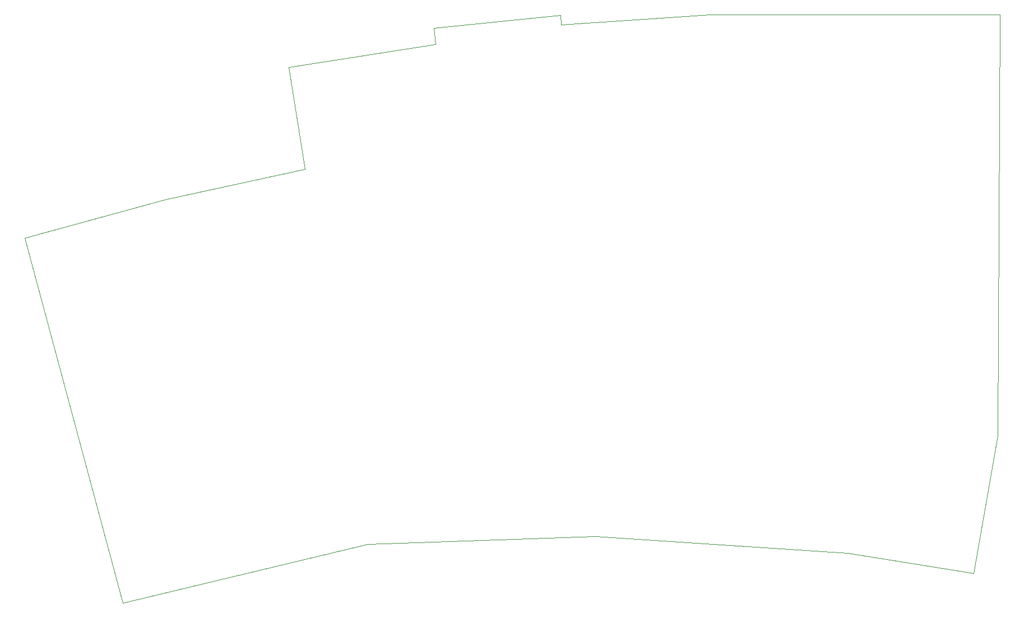
<source format=gm1>
%TF.GenerationSoftware,KiCad,Pcbnew,(6.0.0)*%
%TF.CreationDate,2022-02-06T15:22:51+07:00*%
%TF.ProjectId,kibod-01-mirrored-rev2,6b69626f-642d-4303-912d-6d6972726f72,rev?*%
%TF.SameCoordinates,Original*%
%TF.FileFunction,Profile,NP*%
%FSLAX46Y46*%
G04 Gerber Fmt 4.6, Leading zero omitted, Abs format (unit mm)*
G04 Created by KiCad (PCBNEW (6.0.0)) date 2022-02-06 15:22:51*
%MOMM*%
%LPD*%
G01*
G04 APERTURE LIST*
%TA.AperFunction,Profile*%
%ADD10C,0.050000*%
%TD*%
G04 APERTURE END LIST*
D10*
X93527993Y-20075342D02*
X93675200Y-21539200D01*
X74681193Y-24494942D02*
X74427193Y-22056542D01*
X159923593Y-20015200D02*
X116184793Y-20015200D01*
X159618793Y-83676942D02*
X155961193Y-104504942D01*
X27437193Y-109026142D02*
X64470393Y-100085342D01*
X93675200Y-21539200D02*
X116184793Y-20015200D01*
X98811193Y-98916942D02*
X136961993Y-101456942D01*
X12603593Y-53806542D02*
X27437193Y-109026142D01*
X33990393Y-47964542D02*
X54919993Y-43392542D01*
X98811193Y-98916942D02*
X64470393Y-100085342D01*
X93527993Y-20075342D02*
X74427193Y-22056542D01*
X52481593Y-27949342D02*
X74681193Y-24494942D01*
X54919993Y-43392542D02*
X52481593Y-27949342D01*
X159618793Y-83676942D02*
X159923593Y-20015200D01*
X33990393Y-47964542D02*
X12603593Y-53806542D01*
X136961993Y-101456942D02*
X155961193Y-104504942D01*
M02*

</source>
